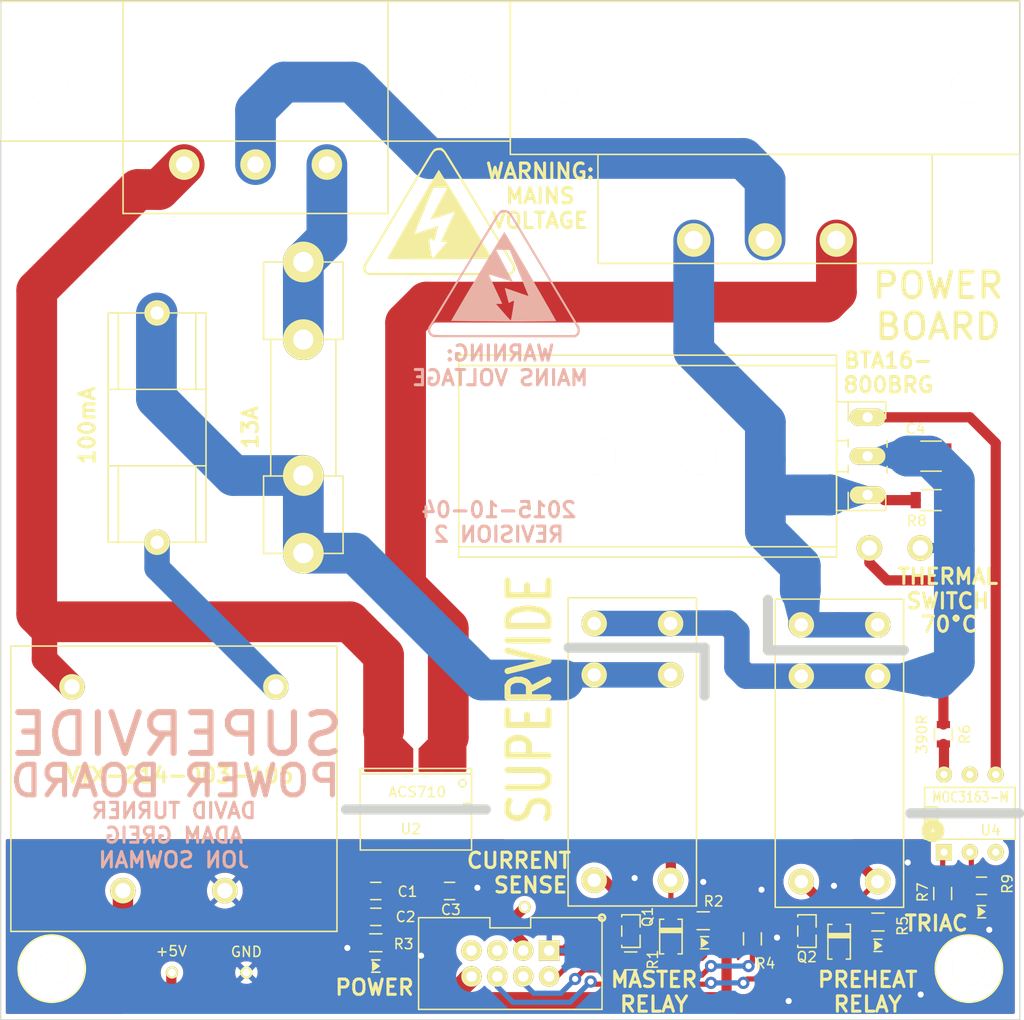
<source format=kicad_pcb>
(kicad_pcb (version 20221018) (generator pcbnew)
  (layers (0 "F.Cu" signal) (31 "B.Cu" signal) (34 "B.Paste" user) (35 "F.Paste" user) (36 "B.SilkS" user "B.Silkscreen") (37 "F.SilkS" user "F.Silkscreen") (38 "B.Mask" user) (39 "F.Mask" user) (44 "Edge.Cuts" user))
  (net 0 "")
  (net 1 "GND")
  (net 2 "Net-(C2-Pad1)")
  (net 3 "+5V")
  (net 4 "TRIAC_MAINS")
  (net 5 "Net-(C4-Pad2)")
  (net 6 "MAINS_LIVE")
  (net 7 "Net-(F1-Pad2)")
  (net 8 "Net-(F2-Pad1)")
  (net 9 "LOAD_NEUTRAL")
  (net 10 "LOAD_LIVE")
  (net 11 "MASTER_RELAY")
  (net 12 "PREHEAT_RELAY")
  (net 13 "I_SENSE")
  (net 14 "TRIAC_TRIG")
  (net 15 "/EARTH")
  (net 16 "MAINS_NEUTRAL")
  (net 17 "Net-(Q1-Pad1)")
  (net 18 "Net-(Q2-Pad1)")
  (net 19 "Net-(D1-Pad2)")
  (net 20 "Net-(D4-Pad1)")
  (net 21 "Net-(R6-Pad1)")
  (net 22 "Net-(R6-Pad2)")
  (net 23 "Net-(R9-Pad1)")
  (net 24 "Net-(U4-Pad4)")
  (net 25 "Net-(C1-Pad1)")
  (net 26 "Net-(D2-Pad2)")
  (net 27 "Net-(D3-Pad2)")
  (net 28 "Net-(D5-Pad2)")
  (net 29 "Net-(D6-Pad2)")
  (footprint "Capacitors_SMD:C_0805" (layer "F.Cu") (at 66.802 119.38 180)
    (fp_text reference "C1")
    (fp_text value "1nF" hide)
  )
  (footprint "Capacitors_SMD:C_0805" (layer "F.Cu") (at 66.802 121.92 180)
    (fp_text reference "C2")
    (fp_text value "100nF" hide)
  )
  (footprint "Capacitors_SMD:C_0805" (layer "F.Cu") (at 74.041 119.38)
    (fp_text reference "C3")
    (fp_text value "100nF" hide)
  )
  (footprint "Capacitors_SMD:C_1210" (layer "F.Cu") (at 121.285 76.708)
    (fp_text reference "C4")
    (fp_text value "22nF" hide)
  )
  (footprint "power:SOT23" (layer "F.Cu") (at 92.837 123.317 90)
    (fp_text reference "Q1")
    (fp_text value "BC817-40" hide)
  )
  (footprint "power:SOT23" (layer "F.Cu") (at 110.109 123.317 90)
    (fp_text reference "Q2")
    (fp_text value "BC817-40" hide)
  )
  (footprint "Resistors_SMD:R_0805" (layer "F.Cu") (at 91.821 126.238 180)
    (fp_text reference "R1")
    (fp_text value "390R" hide)
  )
  (footprint "Resistors_SMD:R_0805" (layer "F.Cu") (at 103.759 124.079 -90)
    (fp_text reference "R4")
    (fp_text value "390R" hide)
  )
  (footprint "Resistors_SMD:R_0805" (layer "F.Cu") (at 122.5 104 -90)
    (fp_text reference "R6")
    (fp_text value "390R")
  )
  (footprint "Capacitors_SMD:C_1206" (layer "F.Cu") (at 121.285 81.026 180)
    (fp_text reference "R8")
    (fp_text value "47R" hide)
  )
  (footprint "Capacitors_SMD:C_0805" (layer "F.Cu") (at 126.238 118.872)
    (fp_text reference "R9")
    (fp_text value "300R" hide)
  )
  (footprint "power:VTX214" (layer "F.Cu") (at 46.99 109.347)
    (fp_text reference "U1" hide)
    (fp_text value "VTX214" hide)
  )
  (footprint "Sockets_DIP:DIP-6__300_ELL" (layer "F.Cu") (at 125.095 111.76)
    (fp_text reference "U4")
    (fp_text value "MOC3163-M")
  )
  (footprint "Transistors_TO-220:TO-220_Neutral123_Vertical_LargePads" (layer "F.Cu") (at 115.062 76.708 90)
    (fp_text reference "U5" hide)
    (fp_text value "BTA16-800BRG" hide)
  )
  (footprint "power:5x20_clip" (layer "F.Cu") (at 45.339 73.66 -90)
    (fp_text reference "F1" hide)
    (fp_text value "100mA")
  )
  (footprint "power:BS1362_clip" (layer "F.Cu") (at 59.69 57.658 -90)
    (fp_text reference "F2" hide)
    (fp_text value "13A")
  )
  (footprint "control:2x4_100" (layer "F.Cu") (at 80 126.5)
    (fp_text reference "P1" hide)
    (fp_text value "CONTROL" hide)
  )
  (footprint "power:LED-0805" (layer "F.Cu") (at 66.802 126.746)
    (fp_text reference "D1" hide)
    (fp_text value "POWER")
  )
  (footprint "power:LED-0805" (layer "F.Cu") (at 116.078 124.714)
    (fp_text reference "D3" hide)
    (fp_text value "PREHEAT" hide)
  )
  (footprint "power:LED-0805" (layer "F.Cu") (at 126.238 121.412)
    (fp_text reference "D4" hide)
    (fp_text value "TRIAC")
  )
  (footprint "Resistors_SMD:R_0805" (layer "F.Cu") (at 66.802 124.46 180)
    (fp_text reference "R3")
    (fp_text value "300R" hide)
  )
  (footprint "Resistors_SMD:R_0805" (layer "F.Cu") (at 116.078 122.428)
    (fp_text reference "R5")
    (fp_text value "300R" hide)
  )
  (footprint "Resistors_SMD:R_0805" (layer "F.Cu") (at 122.428 119.634 -90)
    (fp_text reference "R7")
    (fp_text value "300R" hide)
  )
  (footprint "Resistors_SMD:R_0805" (layer "F.Cu") (at 98.933 122.301)
    (fp_text reference "R2")
    (fp_text value "300R" hide)
  )
  (footprint "power:LED-0805" (layer "F.Cu") (at 99.06 124.46)
    (fp_text reference "D2" hide)
    (fp_text value "MASTER" hide)
  )
  (footprint "power:TO220_hs" (layer "F.Cu") (at 93.472 76.708)
    (fp_text reference "REF**" hide)
    (fp_text value "TO220_hs" hide)
  )
  (footprint "control:M3_MOUNT" (layer "F.Cu") (at 125 127)
    (fp_text reference "M3_MOUNT" hide)
    (fp_text value "VAL**" hide)
  )
  (footprint "control:M3_MOUNT" (layer "F.Cu") (at 35 127)
    (fp_text reference "M3_MOUNT" hide)
    (fp_text value "VAL**" hide)
  )
  (footprint "power:GSP1_9103_no_protrude" (layer "F.Cu") (at 55 40.8 180)
    (fp_text reference "P2" hide)
    (fp_text value "MAINS_INLET" hide)
  )
  (footprint "power:5001_no_protrude" (layer "F.Cu") (at 105 40.4 180)
    (fp_text reference "P3" hide)
    (fp_text value "LOAD_OUTLET" hide)
  )
  (footprint "power:LED-0805" (layer "F.Cu") (at 66.802 126.746)
    (fp_text reference "D1" hide)
    (fp_text value "POWER" hide)
  )
  (footprint "Connect:1pin" (layer "F.Cu") (at 46.7995 127.381)
    (fp_text reference "P4" hide)
    (fp_text value "+5V")
  )
  (footprint "Connect:1pin" (layer "F.Cu") (at 54.102 127.381)
    (fp_text reference "P5" hide)
    (fp_text value "GND")
  )
  (footprint "Connect:1pin" (layer "F.Cu") (at 81.407 120.9675)
    (fp_text reference "P6" hide)
    (fp_text value "I_SENSE" hide)
  )
  (footprint "power:RZ03-1A4" (layer "F.Cu") (at 113.556 110.9 90)
    (fp_text reference "K2" hide)
    (fp_text value "PREHEAT" hide)
  )
  (footprint "power:RZ03-1A4" (layer "F.Cu") (at 93.23 110.773 90)
    (fp_text reference "K1" hide)
    (fp_text value "MASTER_LIVE" hide)
  )
  (footprint "power:SOIC16W-chunky" (layer "F.Cu") (at 70.738 111.296 180)
    (fp_text reference "U2")
    (fp_text value "ACS710")
  )
  (footprint "Wire_Connections_Bridges:WireConnection_1mmDrill" (layer "F.Cu") (at 118.237 85.725)
    (fp_text reference "U3" hide)
    (fp_text value "70°C")
  )
  (footprint "power:SOD-123FL" (layer "F.Cu") (at 95.758 123.952 -90)
    (fp_text reference "D5" hide)
    (fp_text value "MBR2H200SFT1G" hide)
  )
  (footprint "power:SOD-123FL" (layer "F.Cu") (at 112.268 124.46 -90)
    (fp_text reference "D6" hide)
    (fp_text value "MBR2H200SFT1G" hide)
  )
  (footprint "power:voltage_warn" (layer "F.Cu") (at 73.025 52.705)
    (fp_text reference "G***" hide)
    (fp_text value "LOGO" hide)
  )
  (footprint "power:voltage_warn" (layer "B.Cu") (at 79.375 58.801 180)
    (fp_text reference "G***" hide)
    (fp_text value "LOGO" hide)
  )
  (gr_circle (center 121.4755 113.4745) (end 121.6025 113.4745) (stroke (width 1)) (fill none) (layer "F.SilkS"))
  (gr_line (start 30 32) (end 30 132) (stroke (width 0.1)) (layer "Edge.Cuts"))
  (gr_line (start 63.881 111.379) (end 77.597 111.379) (stroke (width 1)) (layer "Edge.Cuts"))
  (gr_line (start 30 32) (end 130 32) (stroke (width 0.1)) (layer "Edge.Cuts"))
  (gr_line (start 105.283 90.805) (end 105.283 95.504) (stroke (width 1)) (layer "Edge.Cuts"))
  (gr_line (start 105.283 95.758) (end 118.618 95.758) (stroke (width 1)) (layer "Edge.Cuts"))
  (gr_line (start 85.725 95.504) (end 99.06 95.504) (stroke (width 1)) (layer "Edge.Cuts"))
  (gr_line (start 119.253 111.76) (end 129.921 111.76) (stroke (width 1)) (layer "Edge.Cuts"))
  (gr_line (start 99.06 95.504) (end 99.06 100.203) (stroke (width 1)) (layer "Edge.Cuts"))
  (gr_line (start 30 132) (end 130 132) (stroke (width 0.1)) (layer "Edge.Cuts"))
  (gr_line (start 130 132) (end 130 32) (stroke (width 0.1)) (layer "Edge.Cuts"))
  (gr_line (start 105.283 95.504) (end 105.283 95.758) (stroke (width 1)) (layer "Edge.Cuts"))
  (gr_text "2015-10-04\nREVISION 2" (at 78.867 83.185) (layer "B.SilkS") (effects (font (size 1.5 1.5) (thickness 0.3)) (justify mirror)))
  (gr_text "DAVID TURNER\nADAM GREIG\nJON SOWMAN" (at 46.99 113.919) (layer "B.SilkS") (effects (font (size 1.5 1.5) (thickness 0.3)) (justify mirror)))
  (gr_text "SUPERVIDE" (at 47.244 104.013) (layer "B.SilkS") (effects (font (size 4 4) (thickness 0.6)) (justify mirror)))
  (gr_text "WARNING:\nMAINS VOLTAGE" (at 78.994 67.818) (layer "B.SilkS") (effects (font (size 1.5 1.5) (thickness 0.3)) (justify mirror)))
  (gr_text "POWER BOARD" (at 47.117 108.585) (layer "B.SilkS") (effects (font (size 3 3) (thickness 0.5)) (justify mirror)))
  (gr_text "WARNING:\nMAINS\nVOLTAGE" (at 82.931 51.181) (layer "F.SilkS") (effects (font (size 1.5 1.5) (thickness 0.3))))
  (gr_text "PREHEAT\nRELAY" (at 115.062 129.286) (layer "F.SilkS") (effects (font (size 1.5 1.5) (thickness 0.3))))
  (gr_text "POWER\nBOARD" (at 121.9835 61.976) (layer "F.SilkS") (effects (font (size 2.5 2.5) (thickness 0.4))))
  (gr_text "THERMAL\nSWITCH" (at 122.936 89.7255) (layer "F.SilkS") (effects (font (size 1.5 1.5) (thickness 0.3))))
  (gr_text "CURRENT\n  SENSE" (at 80.8355 117.602) (layer "F.SilkS") (effects (font (size 1.5 1.5) (thickness 0.3))))
  (gr_text "VTX-214-003-105" (at 47.5615 108.0135) (layer "F.SilkS") (effects (font (size 1.5 1.5) (thickness 0.3))))
  (gr_text "BTA16-\n800BRG" (at 117.094 68.5165) (layer "F.SilkS") (effects (font (size 1.5 1.5) (thickness 0.3))))
  (gr_text "SUPERVIDE" (at 81.915 100.584 90) (layer "F.SilkS") (effects (font (size 4 3) (thickness 0.6))))
  (gr_text "MASTER\nRELAY" (at 94.107 129.286) (layer "F.SilkS") (effects (font (size 1.5 1.5) (thickness 0.3))))
  (segment (start 75.183 119.741) (end 75.238 119.796) (width 0.508) (layer "F.Cu") (net 1))
  (segment (start 65.802 118.348) (end 66.293 117.857) (width 0.508) (layer "F.Cu") (net 1))
  (segment (start 66.293 117.857) (end 66.293 116.046) (width 0.508) (layer "F.Cu") (net 1))
  (segment (start 127.038 119.072) (end 127.238 118.872) (width 0.508) (layer "F.Cu") (net 1))
  (segment (start 65.802 124.41) (end 65.852 124.46) (width 0.508) (layer "F.Cu") (net 1))
  (segment (start 127.038 123.152) (end 127 123.19) (width 0.508) (layer "F.Cu") (net 1))
  (segment (start 75.183 119.238) (end 75.041 119.38) (width 0.508) (layer "F.Cu") (net 1))
  (segment (start 64.516 124.46) (end 64.008 124.968) (width 0.508) (layer "F.Cu") (net 1))
  (segment (start 75.183 119.238) (end 75.041 119.38) (width 0.508) (layer "F.Cu") (net 1))
  (segment (start 76.454 119.38) (end 76.7715 119.0625) (width 0.508) (layer "F.Cu") (net 1))
  (segment (start 83.82 125.222) (end 83.81 125.23) (width 1) (layer "F.Cu") (net 1))
  (segment (start 83.82 125.222) (end 83.81 125.23) (width 1) (layer "F.Cu") (net 1))
  (segment (start 85.336 125.23) (end 86.36 124.206) (width 1) (layer "F.Cu") (net 1))
  (segment (start 86.36 124.206) (end 90.805 124.206) (width 1) (layer "F.Cu") (net 1))
  (segment (start 106.553 124.333) (end 108.077 124.333) (width 1) (layer "F.Cu") (net 1))
  (segment (start 127.038 121.412) (end 127.038 123.152) (width 0.508) (layer "F.Cu") (net 1))
  (segment (start 83.81 125.23) (end 85.336 125.23) (width 1) (layer "F.Cu") (net 1))
  (segment (start 75.183 116.046) (end 75.183 119.238) (width 0.508) (layer "F.Cu") (net 1))
  (segment (start 83.81 125.23) (end 84.066 125.23) (width 1) (layer "F.Cu") (net 1))
  (segment (start 65.802 121.92) (end 65.802 124.41) (width 0.508) (layer "F.Cu") (net 1))
  (segment (start 65.802 121.92) (end 65.802 119.38) (width 0.508) (layer "F.Cu") (net 1))
  (segment (start 83.81 125.23) (end 83.812 125.23) (width 1) (layer "F.Cu") (net 1))
  (segment (start 75.041 119.38) (end 76.454 119.38) (width 0.508) (layer "F.Cu") (net 1))
  (segment (start 106.172 123.952) (end 106.553 124.333) (width 1) (layer "F.Cu") (net 1))
  (segment (start 65.852 124.46) (end 64.516 124.46) (width 0.508) (layer "F.Cu") (net 1))
  (segment (start 66.293 116.046) (end 66.293 116.741) (width 0.508) (layer "F.Cu") (net 1))
  (segment (start 65.802 119.38) (end 65.802 118.348) (width 0.508) (layer "F.Cu") (net 1))
  (segment (start 127.038 121.412) (end 127.038 119.072) (width 0.508) (layer "F.Cu") (net 1))
  (via (at 98.933 118.491) (size 1.2) (drill 0.6) (layers "F.Cu" "B.Cu") (net 1))
  (via (at 64.008 124.968) (size 1.2) (drill 0.6) (layers "F.Cu" "B.Cu") (net 1))
  (via (at 76.7715 119.0625) (size 1.2) (drill 0.6) (layers "F.Cu" "B.Cu") (net 1))
  (via (at 106.172 123.952) (size 1.2) (drill 0.6) (layers "F.Cu" "B.Cu") (net 1))
  (via (at 71.247 125.73) (size 1.2) (drill 0.6) (layers "F.Cu" "B.Cu") (net 1))
  (via (at 107.315 130.175) (size 1.2) (drill 0.6) (layers "F.Cu" "B.Cu") (net 1))
  (via (at 104.648 119.253) (size 1.2) (drill 0.6) (layers "F.Cu" "B.Cu") (net 1))
  (via (at 120.269 129.54) (size 1.2) (drill 0.6) (layers "F.Cu" "B.Cu") (net 1))
  (via (at 118.999 116.586) (size 1.2) (drill 0.6) (layers "F.Cu" "B.Cu") (net 1))
  (via (at 92.202 118.11) (size 1.2) (drill 0.6) (layers "F.Cu" "B.Cu") (net 1))
  (via (at 127 123.19) (size 1.2) (drill 0.6) (layers "F.Cu" "B.Cu") (net 1))
  (via (at 111.76 118.872) (size 1.2) (drill 0.6) (layers "F.Cu" "B.Cu") (net 1))
  (segment (start 122.301 123.19) (end 122.174 123.317) (width 0.254) (layer "B.Cu") (net 1))
  (segment (start 68.453 124.968) (end 70.104 123.317) (width 0.254) (layer "B.Cu") (net 1))
  (segment (start 70.104 126.873) (end 71.247 125.73) (width 0.254) (layer "B.Cu") (net 1))
  (segment (start 71.247 125.73) (end 72.517 125.73) (width 0.254) (layer "B.Cu") (net 1))
  (segment (start 70.485 124.968) (end 71.247 125.73) (width 0.508) (layer "B.Cu") (net 1))
  (segment (start 122.428 123.19) (end 120.269 125.349) (width 0.254) (layer "B.Cu") (net 1))
  (segment (start 120.269 125.349) (end 120.269 129.54) (width 0.254) (layer "B.Cu") (net 1))
  (segment (start 125.603 123.19) (end 118.872 116.459) (width 0.254) (layer "B.Cu") (net 1))
  (segment (start 64.008 124.968) (end 64.643 124.968) (width 0.508) (layer "B.Cu") (net 1))
  (segment (start 64.643 124.968) (end 64.516 124.968) (width 0.508) (layer "B.Cu") (net 1))
  (segment (start 93.988 125.23) (end 94.742 125.984) (width 0.508) (layer "B.Cu") (net 1))
  (segment (start 94.742 122.555) (end 92.075 119.888) (width 0.508) (layer "B.Cu") (net 1))
  (segment (start 92.075 119.888) (end 92.075 118.237) (width 0.508) (layer "B.Cu") (net 1))
  (segment (start 76.7715 119.0625) (end 77.978 117.856) (width 0.508) (layer "B.Cu") (net 1))
  (segment (start 77.978 117.856) (end 81.661 117.856) (width 0.508) (layer "B.Cu") (net 1))
  (segment (start 81.661 117.856) (end 83.81 120.005) (width 0.508) (layer "B.Cu") (net 1))
  (segment (start 83.81 120.005) (end 83.81 125.23) (width 0.508) (layer "B.Cu") (net 1))
  (segment (start 106.172 123.19) (end 104.902 121.92) (width 0.508) (layer "B.Cu") (net 1))
  (segment (start 104.902 121.92) (end 104.902 117.856) (width 0.508) (layer "B.Cu") (net 1))
  (segment (start 104.902 117.856) (end 107.188 115.57) (width 0.508) (layer "B.Cu") (net 1))
  (segment (start 107.188 115.57) (end 110.49 115.57) (width 0.508) (layer "B.Cu") (net 1))
  (segment (start 110.49 115.57) (end 111.76 116.84) (width 0.508) (layer "B.Cu") (net 1))
  (segment (start 111.76 116.84) (end 111.76 118.872) (width 0.508) (layer "B.Cu") (net 1))
  (segment (start 111.76 117.856) (end 114.3 115.316) (width 0.508) (layer "B.Cu") (net 1))
  (segment (start 114.3 115.316) (end 117.602 115.316) (width 0.508) (layer "B.Cu") (net 1))
  (segment (start 117.602 115.316) (end 118.872 116.586) (width 0.508) (layer "B.Cu") (net 1))
  (segment (start 118.872 116.459) (end 118.872 116.586) (width 0.508) (layer "B.Cu") (net 1))
  (segment (start 118.872 116.459) (end 118.999 116.586) (width 0.254) (layer "B.Cu") (net 1))
  (segment (start 120.269 129.54) (end 120.269 129.54) (width 0.254) (layer "B.Cu") (net 1))
  (segment (start 107.95 129.54) (end 107.315 130.175) (width 0.254) (layer "B.Cu") (net 1))
  (segment (start 106.172 123.952) (end 106.172 123.19) (width 0.508) (layer "B.Cu") (net 1))
  (segment (start 106.172 120.777) (end 104.648 119.253) (width 0.254) (layer "B.Cu") (net 1))
  (segment (start 99.695 119.253) (end 98.933 118.491) (width 0.254) (layer "B.Cu") (net 1))
  (segment (start 98.933 116.713) (end 97.79 115.57) (width 0.254) (layer "B.Cu") (net 1))
  (segment (start 97.79 115.57) (end 93.345 115.57) (width 0.254) (layer "B.Cu") (net 1))
  (segment (start 93.345 115.57) (end 92.202 116.713) (width 0.254) (layer "B.Cu") (net 1))
  (segment (start 92.202 116.713) (end 92.202 118.11) (width 0.254) (layer "B.Cu") (net 1))
  (segment (start 83.81 125.23) (end 93.988 125.23) (width 0.508) (layer "B.Cu") (net 1))
  (segment (start 127 123.19) (end 125.603 123.19) (width 0.254) (layer "B.Cu") (net 1))
  (segment (start 94.742 125.984) (end 94.742 122.555) (width 0.508) (layer "B.Cu") (net 1))
  (segment (start 111.76 118.872) (end 111.76 117.856) (width 0.508) (layer "B.Cu") (net 1))
  (segment (start 106.172 123.952) (end 106.172 120.777) (width 0.254) (layer "B.Cu") (net 1))
  (segment (start 64.516 124.968) (end 70.485 124.968) (width 0.508) (layer "B.Cu") (net 1))
  (segment (start 127 123.19) (end 122.428 123.19) (width 0.254) (layer "B.Cu") (net 1))
  (segment (start 98.933 118.491) (end 98.933 116.713) (width 0.254) (layer "B.Cu") (net 1))
  (segment (start 127 123.19) (end 122.301 123.19) (width 0.254) (layer "B.Cu") (net 1))
  (segment (start 120.269 129.54) (end 107.95 129.54) (width 0.254) (layer "B.Cu") (net 1))
  (segment (start 104.648 119.253) (end 99.695 119.253) (width 0.254) (layer "B.Cu") (net 1))
  (segment (start 106.172 123.952) (end 106.172 123.952) (width 0.508) (layer "B.Cu") (net 1))
  (segment (start 64.516 124.968) (end 68.453 124.968) (width 0.254) (layer "B.Cu") (net 1))
  (segment (start 68.833 121.413) (end 68.326 121.92) (width 0.508) (layer "F.Cu") (net 2))
  (segment (start 68.326 121.92) (end 67.802 121.92) (width 0.508) (layer "F.Cu") (net 2))
  (segment (start 68.833 116.046) (end 68.833 121.413) (width 0.508) (layer "F.Cu") (net 2))
  (segment (start 73.912 130.048) (end 76.19 127.77) (width 2) (layer "F.Cu") (net 3))
  (segment (start 65.532 130.048) (end 73.912 130.048) (width 2) (layer "F.Cu") (net 3))
  (segment (start 66.002 129.578) (end 65.532 130.048) (width 0.508) (layer "F.Cu") (net 3))
  (segment (start 75.446 127.77) (end 76.19 127.77) (width 1) (layer "F.Cu") (net 3))
  (segment (start 75.954 127.77) (end 76.19 127.77) (width 1) (layer "F.Cu") (net 3))
  (segment (start 73.787 121.158) (end 73.041 120.412) (width 1) (layer "F.Cu") (net 3))
  (segment (start 73.041 119.38) (end 73.041 120.412) (width 1) (layer "F.Cu") (net 3))
  (segment (start 72.644 118.745) (end 73.041 119.142) (width 1) (layer "F.Cu") (net 3))
  (segment (start 72.644 118.745) (end 72.644 117.348) (width 1) (layer "F.Cu") (net 3))
  (segment (start 72.644 116.047) (end 72.643 116.046) (width 0.508) (layer "F.Cu") (net 3))
  (segment (start 41.99 129.112) (end 42.926 130.048) (width 2) (layer "F.Cu") (net 3))
  (segment (start 42.926 130.048) (end 46.736 130.048) (width 2) (layer "F.Cu") (net 3))
  (segment (start 77.724 121.158) (end 78.486 120.396) (width 1) (layer "F.Cu") (net 3))
  (segment (start 78.486 120.396) (end 78.486 116.84) (width 1) (layer "F.Cu") (net 3))
  (segment (start 78.486 116.84) (end 80.01 115.316) (width 1) (layer "F.Cu") (net 3))
  (segment (start 80.01 115.316) (end 95.758 115.316) (width 1) (layer "F.Cu") (net 3))
  (segment (start 101.219 118.745) (end 101.219 124.841) (width 1) (layer "F.Cu") (net 3))
  (segment (start 46.736 130.048) (end 65.532 130.048) (width 2) (layer "F.Cu") (net 3))
  (segment (start 46.736 127.4445) (end 46.7995 127.381) (width 1) (layer "F.Cu") (net 3))
  (segment (start 95.758 115.316) (end 97.79 115.316) (width 1) (layer "F.Cu") (net 3))
  (segment (start 95.758 118.305) (end 95.73 118.333) (width 1) (layer "F.Cu") (net 3))
  (segment (start 101.219 124.841) (end 101.219 125.476) (width 1) (layer "F.Cu") (net 3))
  (segment (start 106.934 115.316) (end 112.912 115.316) (width 1) (layer "F.Cu") (net 3))
  (segment (start 112.912 115.316) (end 116.056 118.46) (width 1) (layer "F.Cu") (net 3))
  (segment (start 101.092 130.048) (end 100.838 130.302) (width 2) (layer "F.Cu") (net 3))
  (segment (start 100.838 130.302) (end 74.166 130.302) (width 2) (layer "F.Cu") (net 3))
  (segment (start 74.166 130.302) (end 73.912 130.048) (width 2) (layer "F.Cu") (net 3))
  (segment (start 101.219 115.316) (end 106.934 115.316) (width 1) (layer "F.Cu") (net 3))
  (segment (start 95.504 122.428) (end 95.758 122.427) (width 0.508) (layer "F.Cu") (net 3))
  (segment (start 95.791 122.207) (end 98.044 124.46) (width 0.508) (layer "F.Cu") (net 3))
  (segment (start 98.044 124.46) (end 98.16 124.46) (width 0.508) (layer "F.Cu") (net 3))
  (segment (start 95.758 118.618) (end 95.73 118.333) (width 0.508) (layer "F.Cu") (net 3))
  (segment (start 112.301 122.715) (end 114.3 124.714) (width 0.508) (layer "F.Cu") (net 3))
  (segment (start 114.3 124.714) (end 115.062 124.714) (width 0.508) (layer "F.Cu") (net 3))
  (segment (start 115.062 124.714) (end 115.178 124.714) (width 0.508) (layer "F.Cu") (net 3))
  (segment (start 112.268 122.174) (end 116.078 118.364) (width 0.508) (layer "F.Cu") (net 3))
  (segment (start 116.078 118.364) (end 116.056 118.46) (width 0.508) (layer "F.Cu") (net 3))
  (segment (start 112.268 122.715) (end 112.301 122.715) (width 0.508) (layer "F.Cu") (net 3))
  (segment (start 101.219 125.476) (end 101.219 130.048) (width 1) (layer "F.Cu") (net 3))
  (segment (start 101.219 115.316) (end 101.219 116.459) (width 1) (layer "F.Cu") (net 3))
  (segment (start 101.219 130.048) (end 101.092 130.048) (width 2) (layer "F.Cu") (net 3))
  (segment (start 112.268 122.715) (end 112.268 122.174) (width 0.508) (layer "F.Cu") (net 3))
  (segment (start 72.644 116.047) (end 72.644 117.348) (width 0.508) (layer "F.Cu") (net 3))
  (segment (start 95.758 115.316) (end 95.758 118.305) (width 1) (layer "F.Cu") (net 3))
  (segment (start 66.002 126.746) (end 66.002 129.578) (width 0.508) (layer "F.Cu") (net 3))
  (segment (start 73.041 119.38) (end 73.041 119.142) (width 1) (layer "F.Cu") (net 3))
  (segment (start 73.787 121.158) (end 77.724 121.158) (width 1) (layer "F.Cu") (net 3))
  (segment (start 97.79 115.316) (end 101.219 115.316) (width 1) (layer "F.Cu") (net 3))
  (segment (start 95.758 122.207) (end 95.758 118.618) (width 0.508) (layer "F.Cu") (net 3))
  (segment (start 101.219 116.459) (end 101.219 118.745) (width 1) (layer "F.Cu") (net 3))
  (segment (start 46.736 130.048) (end 46.736 127.4445) (width 1) (layer "F.Cu") (net 3))
  (segment (start 95.758 122.207) (end 95.791 122.207) (width 0.508) (layer "F.Cu") (net 3))
  (segment (start 41.99 119.347) (end 41.99 129.112) (width 2) (layer "F.Cu") (net 3))
  (segment (start 115.062 76.708) (end 119.785 76.708) (width 1) (layer "F.Cu") (net 4))
  (segment (start 95.73 93.133) (end 95.772 93.091) (width 2.5) (layer "B.Cu") (net 4))
  (segment (start 95.772 93.091) (end 101.346 93.091) (width 2.5) (layer "B.Cu") (net 4))
  (segment (start 101.346 93.091) (end 102.235 93.98) (width 2.5) (layer "B.Cu") (net 4))
  (segment (start 102.235 93.98) (end 102.235 97.409) (width 2.5) (layer "B.Cu") (net 4))
  (segment (start 102.235 97.409) (end 103.126 98.3) (width 2.5) (layer "B.Cu") (net 4))
  (segment (start 103.126 98.3) (end 108.556 98.3) (width 2.5) (layer "B.Cu") (net 4))
  (segment (start 121.029 98.3) (end 121.031 98.298) (width 2.5) (layer "B.Cu") (net 4))
  (segment (start 123.571 96.901) (end 123.571 85.979) (width 4) (layer "B.Cu") (net 4))
  (segment (start 123.571 79.121) (end 121.158 76.708) (width 4) (layer "B.Cu") (net 4))
  (segment (start 121.158 76.708) (end 118.999 76.708) (width 4) (layer "B.Cu") (net 4))
  (segment (start 123.571 79.121) (end 123.571 85.979) (width 4) (layer "B.Cu") (net 4))
  (segment (start 123.317 85.725) (end 123.571 85.979) (width 1) (layer "B.Cu") (net 4))
  (segment (start 119.507 76.708) (end 120.269 76.708) (width 4) (layer "B.Cu") (net 4))
  (segment (start 119.507 76.708) (end 119.634 78.1685) (width 1) (layer "B.Cu") (net 4))
  (segment (start 119.634 78.1685) (end 116.332 77.089) (width 1) (layer "B.Cu") (net 4))
  (segment (start 116.332 77.089) (end 115.062 76.708) (width 1) (layer "B.Cu") (net 4))
  (segment (start 119.0625 76.708) (end 119.507 76.708) (width 4) (layer "B.Cu") (net 4))
  (segment (start 115.062 76.708) (end 118.999 75.2475) (width 1) (layer "B.Cu") (net 4))
  (segment (start 118.999 75.2475) (end 118.999 76.708) (width 1) (layer "B.Cu") (net 4))
  (segment (start 118.999 76.708) (end 119.0625 76.708) (width 4) (layer "B.Cu") (net 4))
  (segment (start 120.777 98.3) (end 120.5865 99.7585) (width 1) (layer "B.Cu") (net 4))
  (segment (start 120.5865 99.7585) (end 116.6495 98.9965) (width 1) (layer "B.Cu") (net 4))
  (segment (start 116.6495 98.9965) (end 116.056 98.3) (width 1) (layer "B.Cu") (net 4))
  (segment (start 116.056 98.3) (end 121.9835 96.3295) (width 1) (layer "B.Cu") (net 4))
  (segment (start 121.9835 96.3295) (end 121.9835 98.4885) (width 1) (layer "B.Cu") (net 4))
  (segment (start 121.9835 98.4885) (end 123.571 96.901) (width 4) (layer "B.Cu") (net 4))
  (segment (start 115.062 76.708) (end 120.269 76.708) (width 1.5) (layer "B.Cu") (net 4))
  (segment (start 116.056 98.3) (end 121.029 98.3) (width 2.5) (layer "B.Cu") (net 4))
  (segment (start 120.237 85.725) (end 123.317 85.725) (width 1) (layer "B.Cu") (net 4))
  (segment (start 88.23 93.133) (end 95.73 93.133) (width 2.5) (layer "B.Cu") (net 4))
  (segment (start 108.556 98.3) (end 116.056 98.3) (width 2.5) (layer "B.Cu") (net 4))
  (segment (start 121.029 98.3) (end 120.777 98.3) (width 4) (layer "B.Cu") (net 4))
  (segment (start 122.785 76.708) (end 122.785 81.026) (width 1) (layer "F.Cu") (net 5))
  (segment (start 85.723 98.173) (end 85.217 98.679) (width 2.5) (layer "B.Cu") (net 6))
  (segment (start 52.832 78.613) (end 45.2755 71.0565) (width 4) (layer "B.Cu") (net 6))
  (segment (start 45.2755 71.0565) (end 45.2755 62.7235) (width 4) (layer "B.Cu") (net 6))
  (segment (start 45.2755 62.7235) (end 45.339 62.66) (width 4) (layer "B.Cu") (net 6))
  (segment (start 77.216 98.679) (end 64.77 86.233) (width 4) (layer "B.Cu") (net 6))
  (segment (start 64.77 86.233) (end 59.69 86.233) (width 4) (layer "B.Cu") (net 6))
  (segment (start 88.23 98.173) (end 95.73 98.173) (width 2.5) (layer "B.Cu") (net 6))
  (segment (start 85.217 98.679) (end 77.216 98.679) (width 4) (layer "B.Cu") (net 6))
  (segment (start 59.69 78.613) (end 59.69 86.233) (width 4) (layer "B.Cu") (net 6))
  (segment (start 88.23 98.173) (end 85.723 98.173) (width 2.5) (layer "B.Cu") (net 6))
  (segment (start 59.69 78.613) (end 52.832 78.613) (width 4) (layer "B.Cu") (net 6))
  (segment (start 45.339 87.696) (end 56.99 99.347) (width 2.5) (layer "B.Cu") (net 7))
  (segment (start 45.339 85.16) (end 45.339 87.696) (width 2.5) (layer "B.Cu") (net 7))
  (segment (start 62 55.348) (end 59.69 57.658) (width 4) (layer "B.Cu") (net 8))
  (segment (start 59.69 57.658) (end 59.69 65.278) (width 4) (layer "B.Cu") (net 8))
  (segment (start 62 48.1) (end 62 55.348) (width 4) (layer "B.Cu") (net 8))
  (segment (start 112 60.593) (end 110.998 61.595) (width 4) (layer "F.Cu") (net 9))
  (segment (start 110.998 61.595) (end 71.755 61.595) (width 4) (layer "F.Cu") (net 9))
  (segment (start 71.755 61.595) (end 69.723 63.627) (width 4) (layer "F.Cu") (net 9))
  (segment (start 69.723 63.627) (end 69.723 89.408) (width 4) (layer "F.Cu") (net 9))
  (segment (start 69.723 89.408) (end 73.913 93.598) (width 4) (layer "F.Cu") (net 9))
  (segment (start 73.913 104.266) (end 73.914 104.267) (width 4) (layer "F.Cu") (net 9))
  (segment (start 73.913 105.276) (end 75.183 106.546) (width 0.508) (layer "F.Cu") (net 9))
  (segment (start 73.913 104.266) (end 73.913 105.276) (width 0.508) (layer "F.Cu") (net 9))
  (segment (start 71.373 106.546) (end 73.913 106.546) (width 0.508) (layer "F.Cu") (net 9))
  (segment (start 73.913 93.598) (end 73.913 104.266) (width 4) (layer "F.Cu") (net 9))
  (segment (start 112 55.5) (end 112 60.593) (width 4) (layer "F.Cu") (net 9))
  (segment (start 75.183 106.546) (end 73.913 106.546) (width 1) (layer "F.Cu") (net 9))
  (segment (start 72.643 106.546) (end 73.913 106.546) (width 1) (layer "F.Cu") (net 9))
  (segment (start 116.713 81.026) (end 116.205 80.518) (width 1) (layer "F.Cu") (net 10))
  (segment (start 116.205 80.518) (end 115.062 80.518) (width 1) (layer "F.Cu") (net 10))
  (segment (start 119.785 81.026) (end 116.713 81.026) (width 1) (layer "F.Cu") (net 10))
  (segment (start 108.5 93.204) (end 108.556 93.26) (width 2.5) (layer "B.Cu") (net 10))
  (segment (start 112.268 93.26) (end 108.556 93.26) (width 2.5) (layer "B.Cu") (net 10))
  (segment (start 98 66.377) (end 105.029 73.406) (width 4) (layer "B.Cu") (net 10))
  (segment (start 105.029 73.406) (end 105.029 76.962) (width 4) (layer "B.Cu") (net 10))
  (segment (start 108.458 93.162) (end 108.556 93.26) (width 2) (layer "B.Cu") (net 10))
  (segment (start 105.029 79.121) (end 105.029 76.962) (width 4) (layer "B.Cu") (net 10))
  (segment (start 105.029 84.074) (end 108.458 87.503) (width 4) (layer "B.Cu") (net 10))
  (segment (start 108.458 87.503) (end 108.458 89.8525) (width 4) (layer "B.Cu") (net 10))
  (segment (start 108.556 89.633) (end 108.458 89.535) (width 2.5) (layer "B.Cu") (net 10))
  (segment (start 108.556 93.26) (end 107.7595 92.6465) (width 1) (layer "B.Cu") (net 10))
  (segment (start 107.7595 92.6465) (end 107.061 89.916) (width 1) (layer "B.Cu") (net 10))
  (segment (start 107.061 89.916) (end 108.458 89.916) (width 1) (layer "B.Cu") (net 10))
  (segment (start 108.458 89.916) (end 108.458 89.535) (width 4) (layer "B.Cu") (net 10))
  (segment (start 108.556 93.26) (end 109.7915 92.7735) (width 1) (layer "B.Cu") (net 10))
  (segment (start 109.7915 92.7735) (end 109.9185 89.8525) (width 1) (layer "B.Cu") (net 10))
  (segment (start 109.9185 89.8525) (end 108.458 89.8525) (width 1) (layer "B.Cu") (net 10))
  (segment (start 108.458 89.8525) (end 108.458 89.916) (width 4) (layer "B.Cu") (net 10))
  (segment (start 105.029 80.518) (end 105.029 79.121) (width 4) (layer "B.Cu") (net 10))
  (segment (start 115.062 80.518) (end 111.252 81.788) (width 1.5) (layer "B.Cu") (net 10))
  (segment (start 111.252 81.788) (end 111.252 80.518) (width 1.5) (layer "B.Cu") (net 10))
  (segment (start 111.252 80.518) (end 111.379 80.518) (width 4) (layer "B.Cu") (net 10))
  (segment (start 111.379 80.518) (end 105.029 80.518) (width 4) (layer "B.Cu") (net 10))
  (segment (start 111.379 80.518) (end 111.379 79.248) (width 1.5) (layer "B.Cu") (net 10))
  (segment (start 111.379 79.248) (end 114.935 80.391) (width 1.5) (layer "B.Cu") (net 10))
  (segment (start 114.935 80.391) (end 115.062 80.518) (width 1.5) (layer "B.Cu") (net 10))
  (segment (start 105.029 84.074) (end 105.029 80.518) (width 4) (layer "B.Cu") (net 10))
  (segment (start 116.056 93.26) (end 112.268 93.26) (width 2.5) (layer "B.Cu") (net 10))
  (segment (start 108.556 93.26) (end 108.556 89.633) (width 2.5) (layer "B.Cu") (net 10))
  (segment (start 98 66.377) (end 98 55.5) (width 4) (layer "B.Cu") (net 10))
  (segment (start 84.574 127.77) (end 86.233 126.111) (width 0.508) (layer "F.Cu") (net 11))
  (segment (start 86.233 126.111) (end 90.805 126.111) (width 0.508) (layer "F.Cu") (net 11))
  (segment (start 90.805 126.111) (end 90.871 126.238) (width 0.508) (layer "F.Cu") (net 11))
  (segment (start 83.81 127.77) (end 84.574 127.77) (width 0.508) (layer "F.Cu") (net 11))
  (segment (start 86.36 128.016) (end 87.249 127.127) (width 0.508) (layer "F.Cu") (net 12))
  (segment (start 87.249 127.127) (end 88.9 127.127) (width 0.508) (layer "F.Cu") (net 12))
  (segment (start 88.9 127.127) (end 89.408 127.635) (width 0.508) (layer "F.Cu") (net 12))
  (segment (start 89.408 127.635) (end 98.552 127.635) (width 0.508) (layer "F.Cu") (net 12))
  (segment (start 98.806 127.635) (end 99.695 126.746) (width 0.508) (layer "F.Cu") (net 12))
  (segment (start 103.759 126.365) (end 103.759 124.968) (width 0.508) (layer "F.Cu") (net 12))
  (segment (start 103.759 124.968) (end 103.759 125.029) (width 0.508) (layer "F.Cu") (net 12))
  (segment (start 103.378 126.746) (end 103.759 126.365) (width 0.508) (layer "F.Cu") (net 12))
  (segment (start 98.552 127.635) (end 98.806 127.635) (width 0.508) (layer "F.Cu") (net 12))
  (via (at 99.695 126.746) (size 1.2) (drill 0.6) (layers "F.Cu" "B.Cu") (net 12))
  (via (at 86.36 128.016) (size 1.2) (drill 0.6) (layers "F.Cu" "B.Cu") (net 12))
  (via (at 103.378 126.746) (size 1.2) (drill 0.6) (layers "F.Cu" "B.Cu") (net 12))
  (segment (start 81.27 128.387) (end 82.296 129.413) (width 0.508) (layer "B.Cu") (net 12))
  (segment (start 82.296 129.413) (end 84.963 129.413) (width 0.508) (layer "B.Cu") (net 12))
  (segment (start 84.963 129.413) (end 86.36 128.016) (width 0.508) (layer "B.Cu") (net 12))
  (segment (start 99.695 126.746) (end 102.87 126.746) (width 0.508) (layer "B.Cu") (net 12))
  (segment (start 81.27 127.77) (end 81.27 128.514) (width 0.508) (layer "B.Cu") (net 12))
  (segment (start 102.87 126.746) (end 103.378 126.746) (width 0.508) (layer "B.Cu") (net 12))
  (segment (start 81.27 127.77) (end 81.27 128.387) (width 0.508) (layer "B.Cu") (net 12))
  (segment (start 81.27 127.77) (end 81.27 127.879) (width 0.508) (layer "B.Cu") (net 12))
  (segment (start 79.756 122.936) (end 81.27 124.45) (width 1) (layer "F.Cu") (net 13))
  (segment (start 79.756 122.936) (end 72.898 122.936) (width 1) (layer "F.Cu") (net 13))
  (segment (start 72.898 122.936) (end 70.104 120.142) (width 1) (layer "F.Cu") (net 13))
  (segment (start 70.104 120.142) (end 70.104 117.475) (width 1) (layer "F.Cu") (net 13))
  (segment (start 70.104 116.047) (end 70.103 116.046) (width 0.508) (layer "F.Cu") (net 13))
  (segment (start 79.756 122.6185) (end 81.407 120.9675) (width 1) (layer "F.Cu") (net 13))
  (segment (start 79.756 122.936) (end 79.756 122.6185) (width 1) (layer "F.Cu") (net 13))
  (segment (start 70.104 116.047) (end 70.104 117.475) (width 0.508) (layer "F.Cu") (net 13))
  (segment (start 81.27 125.23) (end 81.27 124.45) (width 1) (layer "F.Cu") (net 13))
  (segment (start 122.516 118.596) (end 122.428 118.684) (width 0.508) (layer "F.Cu") (net 14))
  (segment (start 122.428 115.697) (end 122.555 115.57) (width 0.508) (layer "F.Cu") (net 14))
  (segment (start 87.884 128.27) (end 88.138 128.524) (width 0.508) (layer "F.Cu") (net 14))
  (segment (start 88.138 128.524) (end 99.187 128.524) (width 0.508) (layer "F.Cu") (net 14))
  (segment (start 120.396 122.428) (end 120.396 119.634) (width 0.508) (layer "F.Cu") (net 14))
  (segment (start 120.396 119.634) (end 121.346 118.684) (width 0.508) (layer "F.Cu") (net 14))
  (segment (start 122.428 118.684) (end 121.346 118.684) (width 0.508) (layer "F.Cu") (net 14))
  (segment (start 116.967 128.016) (end 118.11 126.873) (width 0.508) (layer "F.Cu") (net 14))
  (segment (start 118.11 126.873) (end 118.11 125.349) (width 0.508) (layer "F.Cu") (net 14))
  (segment (start 118.11 125.349) (end 120.396 123.063) (width 0.508) (layer "F.Cu") (net 14))
  (segment (start 120.396 123.063) (end 120.396 122.428) (width 0.508) (layer "F.Cu") (net 14))
  (segment (start 99.568 128.524) (end 99.695 128.397) (width 0.508) (layer "F.Cu") (net 14))
  (segment (start 103.251 128.016) (end 102.87 128.397) (width 0.508) (layer "F.Cu") (net 14))
  (segment (start 122.428 118.684) (end 122.428 115.697) (width 0.508) (layer "F.Cu") (net 14))
  (segment (start 112.903 128.016) (end 103.251 128.016) (width 0.508) (layer "F.Cu") (net 14))
  (segment (start 112.903 128.016) (end 116.967 128.016) (width 0.508) (layer "F.Cu") (net 14))
  (segment (start 99.187 128.524) (end 99.568 128.524) (width 0.508) (layer "F.Cu") (net 14))
  (via (at 102.87 128.397) (size 1.2) (drill 0.6) (layers "F.Cu" "B.Cu") (net 14))
  (via (at 87.884 128.27) (size 1.2) (drill 0.6) (layers "F.Cu" "B.Cu") (net 14))
  (via (at 99.695 128.397) (size 1.2) (drill 0.6) (layers "F.Cu" "B.Cu") (net 14))
  (segment (start 80.264 130.302) (end 78.73 128.768) (width 0.508) (layer "B.Cu") (net 14))
  (segment (start 80.264 130.302) (end 85.852 130.302) (width 0.508) (layer "B.Cu") (net 14))
  (segment (start 85.852 130.302) (end 87.884 128.27) (width 0.508) (layer "B.Cu") (net 14))
  (segment (start 99.695 128.397) (end 101.981 128.397) (width 0.508) (layer "B.Cu") (net 14))
  (segment (start 101.981 128.397) (end 102.87 128.397) (width 0.508) (layer "B.Cu") (net 14))
  (segment (start 78.73 127.77) (end 78.73 128.768) (width 0.508) (layer "B.Cu") (net 14))
  (segment (start 72.136 47.498) (end 102.87 47.498) (width 4) (layer "B.Cu") (net 15))
  (segment (start 102.87 47.498) (end 105 49.628) (width 4) (layer "B.Cu") (net 15))
  (segment (start 105 55.5) (end 105 49.628) (width 4) (layer "B.Cu") (net 15))
  (segment (start 72.009 47.498) (end 64.516 40.005) (width 4) (layer "B.Cu") (net 15))
  (segment (start 64.516 40.005) (end 57.785 40.005) (width 4) (layer "B.Cu") (net 15))
  (segment (start 57.785 40.005) (end 55 42.79) (width 4) (layer "B.Cu") (net 15))
  (segment (start 55 42.79) (end 55 48.1) (width 4) (layer "B.Cu") (net 15))
  (segment (start 72.136 47.498) (end 72.009 47.498) (width 4) (layer "B.Cu") (net 15))
  (segment (start 67.563 96.265) (end 64.262 92.964) (width 4) (layer "F.Cu") (net 16))
  (segment (start 34.29 92.964) (end 64.262 92.964) (width 4) (layer "F.Cu") (net 16))
  (segment (start 34.29 92.964) (end 33.528 92.202) (width 4) (layer "F.Cu") (net 16))
  (segment (start 34.29 96.647) (end 36.99 99.347) (width 2.5) (layer "F.Cu") (net 16))
  (segment (start 33.528 60.452) (end 43.434 50.546) (width 4) (layer "F.Cu") (net 16))
  (segment (start 43.434 50.546) (end 45.554 50.546) (width 4) (layer "F.Cu") (net 16))
  (segment (start 45.554 50.546) (end 48 48.1) (width 4) (layer "F.Cu") (net 16))
  (segment (start 67.563 103.631) (end 67.564 103.632) (width 4) (layer "F.Cu") (net 16))
  (segment (start 67.563 105.276) (end 66.293 106.546) (width 0.508) (layer "F.Cu") (net 16))
  (segment (start 67.563 96.265) (end 67.563 103.631) (width 4) (layer "F.Cu") (net 16))
  (segment (start 33.528 92.202) (end 33.528 60.452) (width 4) (layer "F.Cu") (net 16))
  (segment (start 67.563 103.631) (end 67.563 105.276) (width 0.508) (layer "F.Cu") (net 16))
  (segment (start 34.29 92.964) (end 34.29 96.647) (width 2.5) (layer "F.Cu") (net 16))
  (segment (start 90.871 122.367) (end 91.821 123.317) (width 0.254) (layer "F.Cu") (net 17))
  (segment (start 91.821 123.317) (end 91.821 125.095) (width 0.254) (layer "F.Cu") (net 17))
  (segment (start 91.821 125.095) (end 92.837 126.111) (width 0.254) (layer "F.Cu") (net 17))
  (segment (start 92.837 126.111) (end 92.771 126.238) (width 0.254) (layer "F.Cu") (net 17))
  (segment (start 90.837 122.367) (end 90.871 122.367) (width 0.254) (layer "F.Cu") (net 17))
  (segment (start 106.106 122.367) (end 105.41 123.063) (width 0.508) (layer "F.Cu") (net 18))
  (segment (start 105.344 123.129) (end 105.41 123.063) (width 0.508) (layer "F.Cu") (net 18))
  (segment (start 103.759 123.129) (end 105.344 123.129) (width 0.508) (layer "F.Cu") (net 18))
  (segment (start 106.106 122.367) (end 108.109 122.367) (width 0.508) (layer "F.Cu") (net 18))
  (segment (start 67.752 126.596) (end 67.602 126.746) (width 0.508) (layer "F.Cu") (net 19))
  (segment (start 67.752 124.46) (end 67.752 126.596) (width 0.508) (layer "F.Cu") (net 19))
  (segment (start 123.256 121.412) (end 122.428 120.584) (width 0.508) (layer "F.Cu") (net 20))
  (segment (start 125.438 121.412) (end 123.256 121.412) (width 0.508) (layer "F.Cu") (net 20))
  (segment (start 122.5 93.798) (end 122.5 103.05) (width 1) (layer "F.Cu") (net 21))
  (segment (start 115.237 87.17) (end 116.967 88.9) (width 1) (layer "F.Cu") (net 21))
  (segment (start 116.967 88.9) (end 121.92 88.9) (width 1) (layer "F.Cu") (net 21))
  (segment (start 121.92 88.9) (end 122.5 89.48) (width 1) (layer "F.Cu") (net 21))
  (segment (start 122.5 89.48) (end 122.5 93.798) (width 1) (layer "F.Cu") (net 21))
  (segment (start 115.237 85.725) (end 115.237 87.17) (width 1) (layer "F.Cu") (net 21))
  (segment (start 122.555 105.005) (end 122.5 104.95) (width 1) (layer "F.Cu") (net 22))
  (segment (start 122.555 107.95) (end 122.555 105.005) (width 1) (layer "F.Cu") (net 22))
  (segment (start 125.238 115.713) (end 125.095 115.57) (width 0.508) (layer "F.Cu") (net 23))
  (segment (start 125.238 118.872) (end 125.238 115.713) (width 0.508) (layer "F.Cu") (net 23))
  (segment (start 127.635 107.95) (end 127.635 75.438) (width 1) (layer "F.Cu") (net 24))
  (segment (start 125.095 72.898) (end 115.062 72.898) (width 1) (layer "F.Cu") (net 24))
  (segment (start 127.635 75.438) (end 125.095 72.898) (width 1) (layer "F.Cu") (net 24))
  (segment (start 67.563 118.109) (end 67.802 118.348) (width 0.508) (layer "F.Cu") (net 25))
  (segment (start 67.802 118.348) (end 67.802 119.38) (width 0.508) (layer "F.Cu") (net 25))
  (segment (start 67.563 116.046) (end 67.563 118.109) (width 0.508) (layer "F.Cu") (net 25))
  (segment (start 99.96 122.566) (end 99.822 122.428) (width 0.508) (layer "F.Cu") (net 26))
  (segment (start 99.822 122.428) (end 99.883 122.301) (width 0.508) (layer "F.Cu") (net 26))
  (segment (start 99.96 124.46) (end 99.96 122.566) (width 0.508) (layer "F.Cu") (net 26))
  (segment (start 117.028 124.648) (end 117.094 124.714) (width 0.508) (layer "F.Cu") (net 27))
  (segment (start 117.094 124.714) (end 116.978 124.714) (width 0.508) (layer "F.Cu") (net 27))
  (segment (start 117.028 122.428) (end 117.028 124.648) (width 0.508) (layer "F.Cu") (net 27))
  (segment (start 95.758 125.476) (end 95.758 125.477) (width 0.508) (layer "F.Cu") (net 28))
  (segment (start 98.171 122.301) (end 99.06 123.19) (width 0.508) (layer "F.Cu") (net 28))
  (segment (start 99.06 123.19) (end 99.06 125.73) (width 0.508) (layer "F.Cu") (net 28))
  (segment (start 99.06 125.73) (end 98.806 125.984) (width 0.508) (layer "F.Cu") (net 28))
  (segment (start 98.806 125.984) (end 96.266 125.984) (width 0.508) (layer "F.Cu") (net 28))
  (segment (start 96.266 125.984) (end 95.758 125.476) (width 0.508) (layer "F.Cu") (net 28))
  (segment (start 95.758 125.476) (end 95.758 125.477) (width 0.508) (layer "F.Cu") (net 28))
  (segment (start 88.265 118.237) (end 88.23 118.333) (width 1) (layer "F.Cu") (net 28))
  (segment (start 89.25 118.333) (end 92.837 121.92) (width 1) (layer "F.Cu") (net 28))
  (segment (start 92.837 121.92) (end 92.837 123.19) (width 1) (layer "F.Cu") (net 28))
  (segment (start 92.787 124.156) (end 94.107 125.476) (width 0.508) (layer "F.Cu") (net 28))
  (segment (start 94.107 125.476) (end 95.885 125.476) (width 0.508) (layer "F.Cu") (net 28))
  (segment (start 95.885 125.476) (end 95.758 125.477) (width 0.508) (layer "F.Cu") (net 28))
  (segment (start 92.787 123.317) (end 92.787 124.156) (width 0.508) (layer "F.Cu") (net 28))
  (segment (start 88.23 118.333) (end 89.25 118.333) (width 1) (layer "F.Cu") (net 28))
  (segment (start 97.983 122.301) (end 98.171 122.301) (width 0.508) (layer "F.Cu") (net 28))
  (segment (start 112.268 125.984) (end 112.268 125.985) (width 0.508) (layer "F.Cu") (net 29))
  (segment (start 115.823 125.985) (end 116.078 125.73) (width 0.508) (layer "F.Cu") (net 29))
  (segment (start 116.078 125.73) (end 116.078 123.444) (width 0.508) (layer "F.Cu") (net 29))
  (segment (start 116.078 123.444) (end 115.062 122.428) (width 0.508) (layer "F.Cu") (net 29))
  (segment (start 115.062 122.428) (end 115.128 122.428) (width 0.508) (layer "F.Cu") (net 29))
  (segment (start 111.253 125.985) (end 109.982 124.714) (width 0.508) (layer "F.Cu") (net 29))
  (segment (start 109.982 124.714) (end 109.982 123.317) (width 0.508) (layer "F.Cu") (net 29))
  (segment (start 109.982 123.317) (end 110.059 123.317) (width 0.508) (layer "F.Cu") (net 29))
  (segment (start 110.059 119.965) (end 108.585 118.491) (width 1) (layer "F.Cu") (net 29))
  (segment (start 110.059 123.317) (end 110.059 119.965) (width 1) (layer "F.Cu") (net 29))
  (segment (start 112.268 125.985) (end 115.823 125.985) (width 0.508) (layer "F.Cu") (net 29))
  (segment (start 112.268 125.985) (end 111.253 125.985) (width 0.508) (layer "F.Cu") (net 29))
  (zone (net 1) (net_name "GND") (layer "F.Cu") (connect_pads (clearance 0.508)) (min_thickness 0.254) (fill yes (thermal_gap 0.508) (thermal_bridge_width 0.508))
    (polygon (pts (xy 129.54 131.445) (xy 30.48 131.445) (xy 30.48 114.3) (xy 129.54 114.3)))
  )
  (zone (net 16) (net_name "MAINS_NEUTRAL") (layer "F.Cu") (connect_pads yes (clearance 0.508)) (min_thickness 0.254) (fill yes (thermal_gap 0.508) (thermal_bridge_width 0.508))
    (polygon (pts (xy 70.485 107.696) (xy 65.659 107.696) (xy 65.659 104.14) (xy 69.215 104.14) (xy 70.485 105.41)))
  )
  (zone (net 9) (net_name "LOAD_NEUTRAL") (layer "F.Cu") (connect_pads yes (clearance 0.508)) (min_thickness 0.254) (fill yes (thermal_gap 0.508) (thermal_bridge_width 0.508))
    (polygon (pts (xy 75.692 107.696) (xy 70.993 107.696) (xy 70.993 105.41) (xy 72.009 104.394) (xy 75.692 104.394)))
  )
  (zone (net 1) (net_name "GND") (layer "B.Cu") (connect_pads (clearance 0.508)) (min_thickness 0.254) (fill yes (thermal_gap 0.508) (thermal_bridge_width 0.508))
    (polygon (pts (xy 30.48 114.3) (xy 129.54 114.3) (xy 129.54 131.445) (xy 30.48 131.445)))
  )
)
</source>
